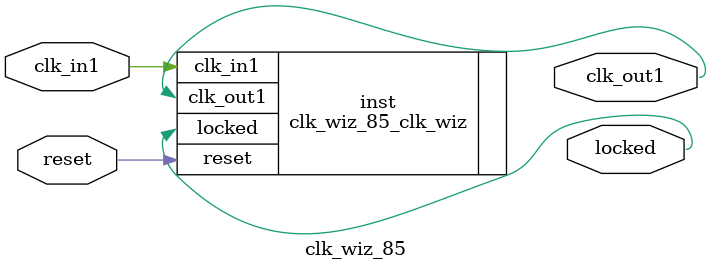
<source format=v>


`timescale 1ps/1ps

(* CORE_GENERATION_INFO = "clk_wiz_85,clk_wiz_v6_0_15_0_0,{component_name=clk_wiz_85,use_phase_alignment=true,use_min_o_jitter=false,use_max_i_jitter=false,use_dyn_phase_shift=false,use_inclk_switchover=false,use_dyn_reconfig=false,enable_axi=0,feedback_source=FDBK_AUTO,PRIMITIVE=MMCM,num_out_clk=1,clkin1_period=10.000,clkin2_period=10.000,use_power_down=false,use_reset=true,use_locked=true,use_inclk_stopped=false,feedback_type=SINGLE,CLOCK_MGR_TYPE=NA,manual_override=false}" *)

module clk_wiz_85 
 (
  // Clock out ports
  output        clk_out1,
  // Status and control signals
  input         reset,
  output        locked,
 // Clock in ports
  input         clk_in1
 );

  clk_wiz_85_clk_wiz inst
  (
  // Clock out ports  
  .clk_out1(clk_out1),
  // Status and control signals               
  .reset(reset), 
  .locked(locked),
 // Clock in ports
  .clk_in1(clk_in1)
  );

endmodule

</source>
